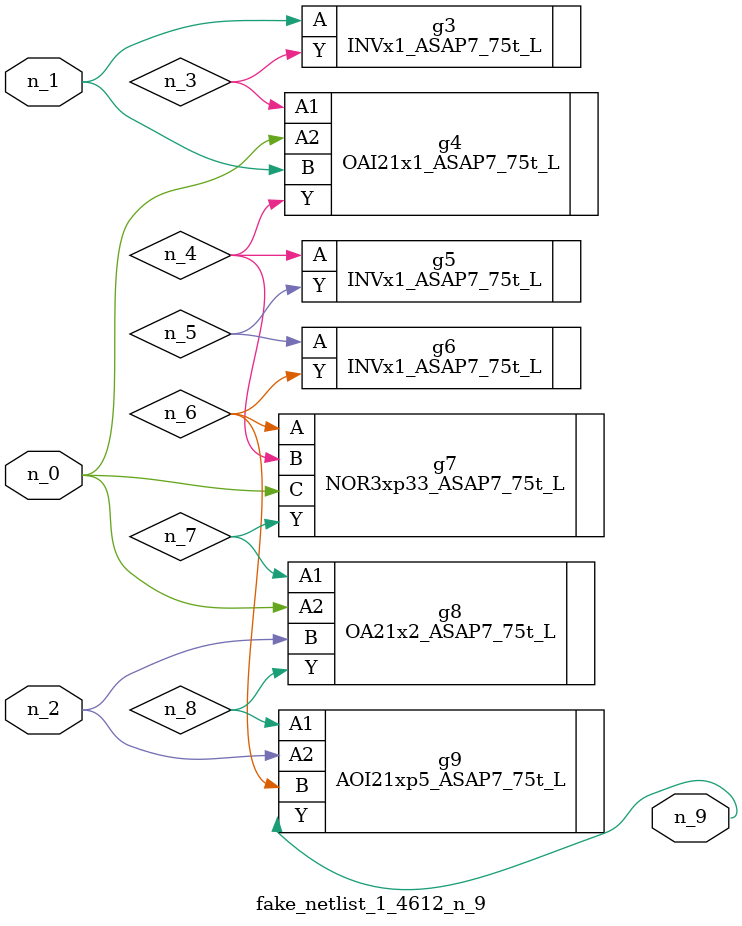
<source format=v>
module fake_netlist_1_4612_n_9 (n_1, n_2, n_0, n_9);
input n_1;
input n_2;
input n_0;
output n_9;
wire n_6;
wire n_4;
wire n_3;
wire n_5;
wire n_7;
wire n_8;
INVx1_ASAP7_75t_L g3 ( .A(n_1), .Y(n_3) );
OAI21x1_ASAP7_75t_L g4 ( .A1(n_3), .A2(n_0), .B(n_1), .Y(n_4) );
INVx1_ASAP7_75t_L g5 ( .A(n_4), .Y(n_5) );
INVx1_ASAP7_75t_L g6 ( .A(n_5), .Y(n_6) );
NOR3xp33_ASAP7_75t_L g7 ( .A(n_6), .B(n_4), .C(n_0), .Y(n_7) );
OA21x2_ASAP7_75t_L g8 ( .A1(n_7), .A2(n_0), .B(n_2), .Y(n_8) );
AOI21xp5_ASAP7_75t_L g9 ( .A1(n_8), .A2(n_2), .B(n_6), .Y(n_9) );
endmodule
</source>
